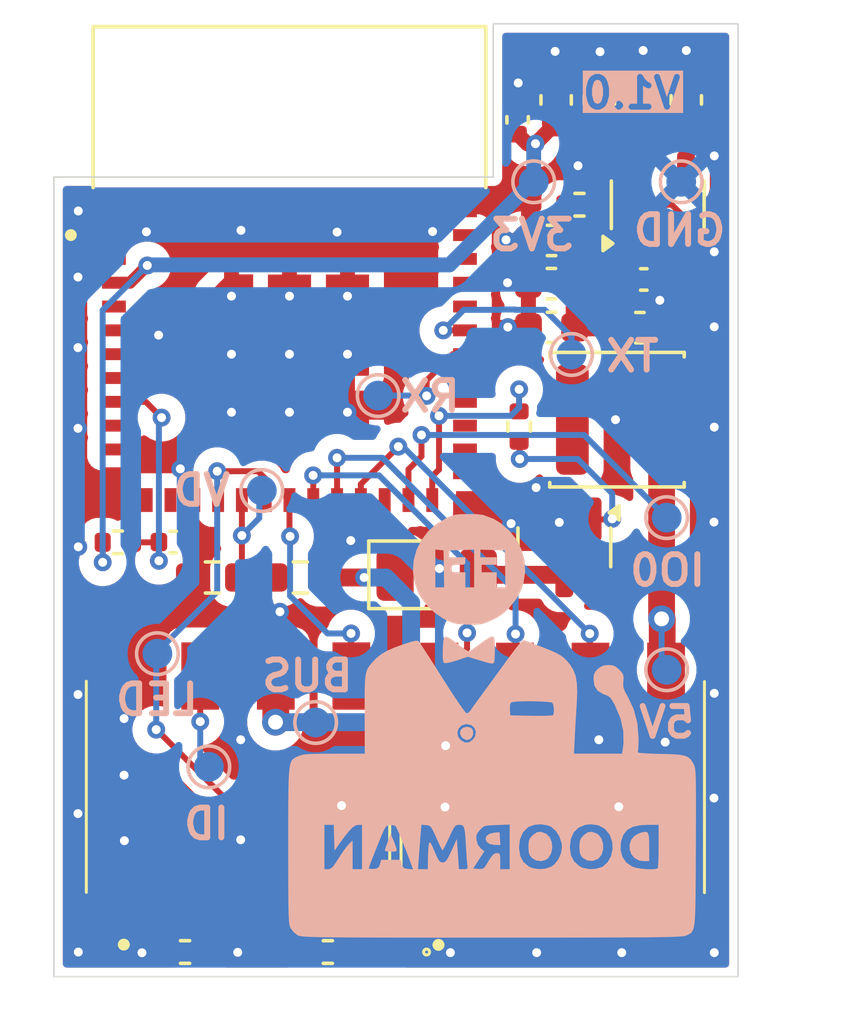
<source format=kicad_pcb>
(kicad_pcb (version 20241229) (generator "pcbnew") (generator_version "9.0")
  (title_block (date "2026-01-12") (rev "1.0"))
  (layers (0 "F.Cu" signal) (4 "In1.Cu" signal) (6 "In2.Cu" signal) (2 "B.Cu" signal) (13 "F.Paste" user) (15 "B.Paste" user) (5 "F.SilkS" user "F.Silkscreen") (7 "B.SilkS" user "B.Silkscreen") (1 "F.Mask" user) (3 "B.Mask" user) (25 "Edge.Cuts" user))
  (net 0 "")
  (net 1 "GND")
  (net 2 "+3.3V")
  (net 3 "GPIO15")
  (net 4 "IDENTITY")
  (net 5 "TASTA_ONLY_BUS")
  (net 6 "+5V")
  (net 7 "GPIO12")
  (net 8 "GPIO13")
  (net 9 "GPIO14")
  (net 10 "Net-(U2-CE)")
  (net 11 "GPIO27")
  (net 13 "Net-(Q1-B)")
  (net 33 "Net-(U2-VIN)")
  (net 34 "Net-(U3-EN)")
  (net 35 "Net-(D1-A)")
  (net 36 "GPIO26")
  (net 43 "GPIO4")
  (net 44 "TX")
  (net 45 "RX")
  (net 46 "Net-(J2-Pad7)")
  (net 47 "Net-(D2-A)")
  (net 48 "GPIO0")
  (footprint "LED_SMD:LED_0402_1005Metric" (layer "F.Cu") (at 85.85 104.06 180)
    (property "Reference" "D1" (hide yes))
    (property "Value" "Red")
    (pad "1" smd roundrect (at -0.485 0 180) (size 0.59 0.64) (layers "F.Cu" "F.Mask" "F.Paste") (net 1 "GND"))
    (pad "2" smd roundrect (at 0.485 0 180) (size 0.59 0.64) (layers "F.Cu" "F.Mask" "F.Paste") (net 35 "Net-(D1-A)"))
  )
  (footprint "Capacitor_SMD:C_0603_1608Metric" (layer "F.Cu") (at 94.21 75.44 90)
    (property "Reference" "C8" (hide yes))
    (property "Value" "20uF")
    (pad "1" smd roundrect (at -0.775 0 90) (size 0.9 0.95) (layers "F.Cu" "F.Mask" "F.Paste") (net 2 "+3.3V"))
    (pad "2" smd roundrect (at 0.775 0 90) (size 0.9 0.95) (layers "F.Cu" "F.Mask" "F.Paste") (net 1 "GND"))
  )
  (footprint "Package_TO_SOT_SMD:SOT-23-5" (layer "F.Cu") (at 94.709999 78.9625 90)
    (property "Reference" "U2" (hide yes))
    (property "Value" "XC6210B332MR")
    (pad "1" smd roundrect (at -1.1375 -0.949999 90) (size 1.325 0.6) (layers "F.Cu" "F.Mask" "F.Paste") (net 33 "Net-(U2-VIN)"))
    (pad "2" smd roundrect (at -1.1375 0 90) (size 1.325 0.6) (layers "F.Cu" "F.Mask" "F.Paste") (net 1 "GND"))
    (pad "3" smd roundrect (at -1.1375 0.949999 90) (size 1.325 0.6) (layers "F.Cu" "F.Mask" "F.Paste") (net 10 "Net-(U2-CE)"))
    (pad "4" smd roundrect (at 1.1375 0.949999 90) (size 1.325 0.6) (layers "F.Cu" "F.Mask" "F.Paste"))
    (pad "5" smd roundrect (at 1.1375 -0.949999 90) (size 1.325 0.6) (layers "F.Cu" "F.Mask" "F.Paste") (net 2 "+3.3V"))
  )
  (footprint "Resistor_SMD:R_0402_1005Metric" (layer "F.Cu") (at 83.620001 104.06 180)
    (property "Reference" "R6" (hide yes))
    (property "Value" "600")
    (pad "1" smd roundrect (at -0.509999 0 180) (size 0.54 0.64) (layers "F.Cu" "F.Mask" "F.Paste") (net 35 "Net-(D1-A)"))
    (pad "2" smd roundrect (at 0.509999 0 180) (size 0.54 0.64) (layers "F.Cu" "F.Mask" "F.Paste") (net 11 "GPIO27"))
  )
  (footprint "footprints:70AAJ4M0" (layer "F.Cu") (at 91.18 98.52)
    (property "Reference" "J3" (hide yes))
    (property "Value" "70AAJ-4-M0" (hide yes))
    (pad "1" smd rect (at -3.81 3.72) (size 1.27 2.26) (layers "F.Cu" "F.Mask" "F.Paste"))
    (pad "2" smd rect (at -1.27 3.72) (size 1.27 2.26) (layers "F.Cu" "F.Mask" "F.Paste"))
    (pad "3" smd rect (at 1.27 3.72) (size 1.27 2.26) (layers "F.Cu" "F.Mask" "F.Paste"))
    (pad "4" smd rect (at 3.81 3.72) (size 1.27 2.26) (layers "F.Cu" "F.Mask" "F.Paste"))
    (pad "5" smd rect (at 3.81 -3.72) (size 1.27 2.26) (layers "F.Cu" "F.Mask" "F.Paste") (net 6 "+5V"))
    (pad "6" smd rect (at 1.27 -3.72) (size 1.27 2.26) (layers "F.Cu" "F.Mask" "F.Paste") (net 3 "GPIO15"))
    (pad "7" smd rect (at -1.27 -3.72) (size 1.27 2.26) (layers "F.Cu" "F.Mask" "F.Paste") (net 8 "GPIO13"))
    (pad "8" smd rect (at -3.81 -3.72) (size 1.27 2.26) (layers "F.Cu" "F.Mask" "F.Paste") (net 7 "GPIO12"))
  )
  (footprint "Capacitor_SMD:C_0603_1608Metric" (layer "F.Cu") (at 92.75 75.44 90)
    (property "Reference" "C7" (hide yes))
    (property "Value" "20uF")
    (pad "1" smd roundrect (at -0.775 0 90) (size 0.9 0.95) (layers "F.Cu" "F.Mask" "F.Paste") (net 2 "+3.3V"))
    (pad "2" smd roundrect (at 0.775 0 90) (size 0.9 0.95) (layers "F.Cu" "F.Mask" "F.Paste") (net 1 "GND"))
  )
  (footprint "Capacitor_SMD:C_0603_1608Metric" (layer "F.Cu") (at 91.294419 75.44 90)
    (property "Reference" "C6" (hide yes))
    (property "Value" "20uF")
    (pad "1" smd roundrect (at -0.775 0 90) (size 0.9 0.95) (layers "F.Cu" "F.Mask" "F.Paste") (net 2 "+3.3V"))
    (pad "2" smd roundrect (at 0.775 0 90) (size 0.9 0.95) (layers "F.Cu" "F.Mask" "F.Paste") (net 1 "GND"))
  )
  (footprint "Resistor_SMD:R_0603_1608Metric" (layer "F.Cu") (at 79.74 91.48)
    (property "Reference" "R8" (hide yes))
    (property "Value" "160K")
    (pad "1" smd roundrect (at -0.825 0) (size 0.8 0.95) (layers "F.Cu" "F.Mask" "F.Paste") (net 1 "GND"))
    (pad "2" smd roundrect (at 0.825 0) (size 0.8 0.95) (layers "F.Cu" "F.Mask" "F.Paste") (net 36 "GPIO26"))
  )
  (footprint "Resistor_SMD:R_0402_1005Metric" (layer "F.Cu") (at 90.05 86.409999 -90)
    (property "Reference" "R9" (hide yes))
    (property "Value" "1K")
    (pad "1" smd roundrect (at -0.509999 0 270) (size 0.54 0.64) (layers "F.Cu" "F.Mask" "F.Paste") (net 43 "GPIO4"))
    (pad "2" smd roundrect (at 0.509999 0 270) (size 0.54 0.64) (layers "F.Cu" "F.Mask" "F.Paste") (net 13 "Net-(Q1-B)"))
  )
  (footprint "Resistor_SMD:R_0603_1608Metric" (layer "F.Cu") (at 82.695 91.48 180)
    (property "Reference" "R7" (hide yes))
    (property "Value" "1M")
    (pad "1" smd roundrect (at -0.825 0 180) (size 0.8 0.95) (layers "F.Cu" "F.Mask" "F.Paste") (net 5 "TASTA_ONLY_BUS"))
    (pad "2" smd roundrect (at 0.825 0 180) (size 0.8 0.95) (layers "F.Cu" "F.Mask" "F.Paste") (net 36 "GPIO26"))
  )
  (footprint "footprints:70AAJ4M0" (layer "F.Cu") (at 80.6 98.51)
    (property "Reference" "J2" (hide yes))
    (property "Value" "70AAJ-4-M0" (hide yes))
    (pad "1" smd rect (at -3.81 3.72) (size 1.27 2.26) (layers "F.Cu" "F.Mask" "F.Paste") (net 1 "GND"))
    (pad "2" smd rect (at -1.27 3.72) (size 1.27 2.26) (layers "F.Cu" "F.Mask" "F.Paste") (net 4 "IDENTITY"))
    (pad "3" smd rect (at 1.27 3.72) (size 1.27 2.26) (layers "F.Cu" "F.Mask" "F.Paste"))
    (pad "4" smd rect (at 3.81 3.72) (size 1.27 2.26) (layers "F.Cu" "F.Mask" "F.Paste"))
    (pad "5" smd rect (at 3.81 -3.72) (size 1.27 2.26) (layers "F.Cu" "F.Mask" "F.Paste") (net 9 "GPIO14"))
    (pad "6" smd rect (at 1.27 -3.72) (size 1.27 2.26) (layers "F.Cu" "F.Mask" "F.Paste") (net 5 "TASTA_ONLY_BUS"))
    (pad "7" smd rect (at -1.27 -3.72) (size 1.27 2.26) (layers "F.Cu" "F.Mask" "F.Paste") (net 46 "Net-(J2-Pad7)"))
    (pad "8" smd rect (at -3.81 -3.72) (size 1.27 2.26) (layers "F.Cu" "F.Mask" "F.Paste") (net 1 "GND"))
  )
  (footprint "Package_TO_SOT_SMD:SOT-23" (layer "F.Cu") (at 91.57 90.4675 -90)
    (property "Reference" "Q1" (hide yes))
    (property "Value" "BC817")
    (pad "1" smd roundrect (at -0.9375 -0.95 270) (size 1.475 0.6) (layers "F.Cu" "F.Mask" "F.Paste") (net 13 "Net-(Q1-B)"))
    (pad "2" smd roundrect (at -0.9375 0.95 270) (size 1.475 0.6) (layers "F.Cu" "F.Mask" "F.Paste") (net 1 "GND"))
    (pad "3" smd roundrect (at 0.937501 0 270) (size 1.475 0.6) (layers "F.Cu" "F.Mask" "F.Paste") (net 47 "Net-(D2-A)"))
  )
  (footprint "Resistor_SMD:R_0402_1005Metric" (layer "F.Cu") (at 78.82 104.06)
    (property "Reference" "R1" (hide yes))
    (property "Value" "2.2K")
    (pad "1" smd roundrect (at -0.509999 0) (size 0.54 0.64) (layers "F.Cu" "F.Mask" "F.Paste") (net 1 "GND"))
    (pad "2" smd roundrect (at 0.509999 0) (size 0.54 0.64) (layers "F.Cu" "F.Mask" "F.Paste") (net 4 "IDENTITY"))
  )
  (footprint "footprints:MODULE_ESP32-PICO-MINI-02" (layer "F.Cu") (at 82.33 83.98)
    (property "Reference" "U3" (hide yes))
    (property "Value" "ESP32-PICO-MINI-02")
    (pad "1" smd rect (at -5.9 -4) (size 0.8 0.4) (layers "F.Cu" "F.Mask" "F.Paste") (net 1 "GND"))
    (pad "2" smd rect (at -5.9 -3.2) (size 0.8 0.4) (layers "F.Cu" "F.Mask" "F.Paste") (net 1 "GND"))
    (pad "3" smd rect (at -5.9 -2.4) (size 0.8 0.4) (layers "F.Cu" "F.Mask" "F.Paste") (net 2 "+3.3V"))
    (pad "4" smd rect (at -5.9 -1.6) (size 0.8 0.4) (layers "F.Cu" "F.Mask" "F.Paste"))
    (pad "5" smd rect (at -5.9 -0.8) (size 0.8 0.4) (layers "F.Cu" "F.Mask" "F.Paste"))
    (pad "6" smd rect (at -5.9 0) (size 0.8 0.4) (layers "F.Cu" "F.Mask" "F.Paste"))
    (pad "7" smd rect (at -5.9 0.8) (size 0.8 0.4) (layers "F.Cu" "F.Mask" "F.Paste"))
    (pad "8" smd rect (at -5.9 1.6) (size 0.8 0.4) (layers "F.Cu" "F.Mask" "F.Paste") (net 34 "Net-(U3-EN)"))
    (pad "9" smd rect (at -5.9 2.4) (size 0.8 0.4) (layers "F.Cu" "F.Mask" "F.Paste"))
    (pad "10" smd rect (at -5.9 3.2) (size 0.8 0.4) (layers "F.Cu" "F.Mask" "F.Paste"))
    (pad "11" smd rect (at -5.9 4) (size 0.8 0.4) (layers "F.Cu" "F.Mask" "F.Paste") (net 1 "GND"))
    (pad "12" smd rect (at -4.8 4.9) (size 0.4 0.8) (layers "F.Cu" "F.Mask" "F.Paste"))
    (pad "13" smd rect (at -4 4.9) (size 0.4 0.8) (layers "F.Cu" "F.Mask" "F.Paste"))
    (pad "14" smd rect (at -3.2 4.9) (size 0.4 0.8) (layers "F.Cu" "F.Mask" "F.Paste") (net 1 "GND"))
    (pad "15" smd rect (at -2.4 4.9) (size 0.4 0.8) (layers "F.Cu" "F.Mask" "F.Paste"))
    (pad "16" smd rect (at -1.6 4.9) (size 0.4 0.8) (layers "F.Cu" "F.Mask" "F.Paste") (net 36 "GPIO26"))
    (pad "17" smd rect (at -0.8 4.9) (size 0.4 0.8) (layers "F.Cu" "F.Mask" "F.Paste") (net 11 "GPIO27"))
    (pad "18" smd rect (at 0 4.9) (size 0.4 0.8) (layers "F.Cu" "F.Mask" "F.Paste") (net 9 "GPIO14"))
    (pad "19" smd rect (at 0.8 4.9) (size 0.4 0.8) (layers "F.Cu" "F.Mask" "F.Paste") (net 7 "GPIO12"))
    (pad "20" smd rect (at 1.6 4.9) (size 0.4 0.8) (layers "F.Cu" "F.Mask" "F.Paste") (net 8 "GPIO13"))
    (pad "21" smd rect (at 2.4 4.9) (size 0.4 0.8) (layers "F.Cu" "F.Mask" "F.Paste") (net 3 "GPIO15"))
    (pad "22" smd rect (at 3.2 4.9) (size 0.4 0.8) (layers "F.Cu" "F.Mask" "F.Paste"))
    (pad "23" smd rect (at 4 4.9) (size 0.4 0.8) (layers "F.Cu" "F.Mask" "F.Paste") (net 48 "GPIO0"))
    (pad "24" smd rect (at 4.8 4.9) (size 0.4 0.8) (layers "F.Cu" "F.Mask" "F.Paste") (net 43 "GPIO4"))
    (pad "25" smd rect (at 5.9 4) (size 0.8 0.4) (layers "F.Cu" "F.Mask" "F.Paste"))
    (pad "26" smd rect (at 5.9 3.2) (size 0.8 0.4) (layers "F.Cu" "F.Mask" "F.Paste"))
    (pad "27" smd rect (at 5.9 2.4) (size 0.8 0.4) (layers "F.Cu" "F.Mask" "F.Paste"))
    (pad "28" smd rect (at 5.9 1.6) (size 0.8 0.4) (layers "F.Cu" "F.Mask" "F.Paste"))
    (pad "29" smd rect (at 5.9 0.8) (size 0.8 0.4) (layers "F.Cu" "F.Mask" "F.Paste"))
    (pad "30" smd rect (at 5.9 0) (size 0.8 0.4) (layers "F.Cu" "F.Mask" "F.Paste") (net 45 "RX"))
    (pad "31" smd rect (at 5.9 -0.8) (size 0.8 0.4) (layers "F.Cu" "F.Mask" "F.Paste") (net 44 "TX"))
    (pad "32" smd rect (at 5.9 -1.6) (size 0.8 0.4) (layers "F.Cu" "F.Mask" "F.Paste"))
    (pad "33" smd rect (at 5.9 -2.4) (size 0.8 0.4) (layers "F.Cu" "F.Mask" "F.Paste"))
    (pad "34" smd rect (at 5.9 -3.2) (size 0.8 0.4) (layers "F.Cu" "F.Mask" "F.Paste"))
    (pad "35" smd rect (at 5.9 -4) (size 0.8 0.4) (layers "F.Cu" "F.Mask" "F.Paste"))
    (pad "36" smd rect (at 4.8 -4.9) (size 0.4 0.8) (layers "F.Cu" "F.Mask" "F.Paste") (net 1 "GND"))
    (pad "37" smd rect (at 4 -4.9) (size 0.4 0.8) (layers "F.Cu" "F.Mask" "F.Paste") (net 1 "GND"))
    (pad "38" smd rect (at 3.2 -4.9) (size 0.4 0.8) (layers "F.Cu" "F.Mask" "F.Paste") (net 1 "GND"))
    (pad "39" smd rect (at 2.4 -4.9) (size 0.4 0.8) (layers "F.Cu" "F.Mask" "F.Paste") (net 1 "GND"))
    (pad "40" smd rect (at 1.6 -4.9) (size 0.4 0.8) (layers "F.Cu" "F.Mask" "F.Paste") (net 1 "GND"))
    (pad "41" smd rect (at 0.8 -4.9) (size 0.4 0.8) (layers "F.Cu" "F.Mask" "F.Paste") (net 1 "GND"))
    (pad "42" smd rect (at 0 -4.9) (size 0.4 0.8) (layers "F.Cu" "F.Mask" "F.Paste") (net 1 "GND"))
    (pad "43" smd rect (at -0.8 -4.9) (size 0.4 0.8) (layers "F.Cu" "F.Mask" "F.Paste") (net 1 "GND"))
    (pad "44" smd rect (at -1.6 -4.9) (size 0.4 0.8) (layers "F.Cu" "F.Mask" "F.Paste") (net 1 "GND"))
    (pad "45" smd rect (at -2.4 -4.9) (size 0.4 0.8) (layers "F.Cu" "F.Mask" "F.Paste") (net 1 "GND"))
    (pad "46" smd rect (at -3.2 -4.9) (size 0.4 0.8) (layers "F.Cu" "F.Mask" "F.Paste") (net 1 "GND"))
    (pad "47" smd rect (at -4 -4.9) (size 0.4 0.8) (layers "F.Cu" "F.Mask" "F.Paste") (net 1 "GND"))
    (pad "48" smd rect (at -4.8 -4.9) (size 0.4 0.8) (layers "F.Cu" "F.Mask" "F.Paste") (net 1 "GND"))
    (pad "49" smd rect (at 0 0) (size 1.45 1.45) (layers "F.Cu" "F.Mask" "F.Paste") (net 1 "GND"))
    (pad "50" smd rect (at 5.95 -4.95) (size 0.7 0.7) (layers "F.Cu" "F.Mask" "F.Paste") (net 1 "GND"))
    (pad "51" smd rect (at 5.95 4.95) (size 0.7 0.7) (layers "F.Cu" "F.Mask" "F.Paste") (net 1 "GND"))
    (pad "52" smd rect (at -5.95 4.95) (size 0.7 0.7) (layers "F.Cu" "F.Mask" "F.Paste") (net 1 "GND"))
    (pad "53" smd rect (at -5.95 -4.95) (size 0.7 0.7) (layers "F.Cu" "F.Mask" "F.Paste") (net 1 "GND"))
    (pad "54" smd rect (at -1.95 0) (size 1.45 1.45) (layers "F.Cu" "F.Mask" "F.Paste") (net 1 "GND"))
    (pad "55" smd rect (at -1.95 1.95) (size 1.45 1.45) (layers "F.Cu" "F.Mask" "F.Paste") (net 1 "GND"))
    (pad "56" smd rect (at 0 1.95) (size 1.45 1.45) (layers "F.Cu" "F.Mask" "F.Paste") (net 1 "GND"))
    (pad "57" smd rect (at 1.95 1.95) (size 1.45 1.45) (layers "F.Cu" "F.Mask" "F.Paste") (net 1 "GND"))
    (pad "58" smd rect (at 1.95 0) (size 1.45 1.45) (layers "F.Cu" "F.Mask" "F.Paste") (net 1 "GND"))
    (pad "59" smd rect (at 1.95 -1.95) (size 1.45 1.45) (layers "F.Cu" "F.Mask" "F.Paste") (net 1 "GND"))
    (pad "60" smd rect (at 0 -1.95) (size 1.45 1.45) (layers "F.Cu" "F.Mask" "F.Paste") (net 1 "GND"))
    (pad "61" smd custom (at -1.95 -1.95) (size 0.5 0.5) (layers "F.Cu") (net 1 "GND") (options (clearance outline) (anchor rect)) (primitives (gr_poly (pts (xy 0.725 0.725) (xy 0.725 -0.725) (xy -0.125 -0.725) (xy -0.725 -0.125) (xy -0.725 0.725)) (width 0.01) (fill yes))))
    (zone (net 0) (net_name "") (layer "F.Cu") (connect_pads (clearance 0)) (min_thickness 0.01)
      (keepout (tracks not_allowed) (vias not_allowed) (pads not_allowed) (copperpour not_allowed) (footprints allowed))
      (fill (thermal_gap 0.508) (thermal_bridge_width 0.508))
      (polygon (pts (xy 75.73 72.98) (xy 88.93 72.98) (xy 88.93 78.38) (xy 75.73 78.38)))
    )
    (zone (net 0) (net_name "") (layer "B.Cu") (connect_pads (clearance 0)) (min_thickness 0.01)
      (keepout (tracks not_allowed) (vias not_allowed) (pads not_allowed) (copperpour not_allowed) (footprints allowed))
      (fill (thermal_gap 0.508) (thermal_bridge_width 0.508))
      (polygon (pts (xy 75.73 72.98) (xy 88.93 72.98) (xy 88.93 78.38) (xy 75.73 78.38)))
    )
  )
  (footprint "Capacitor_SMD:C_0402_1005Metric" (layer "F.Cu") (at 94.24 81.47 180)
    (property "Reference" "C5" (hide yes))
    (property "Value" "100nF")
    (pad "1" smd roundrect (at -0.48 0 180) (size 0.56 0.62) (layers "F.Cu" "F.Mask" "F.Paste") (net 1 "GND"))
    (pad "2" smd roundrect (at 0.48 0 180) (size 0.56 0.62) (layers "F.Cu" "F.Mask" "F.Paste") (net 33 "Net-(U2-VIN)"))
  )
  (footprint "Capacitor_SMD:C_0603_1608Metric" (layer "F.Cu") (at 95.67 75.44 90)
    (property "Reference" "C9" (hide yes))
    (property "Value" "20uF")
    (pad "1" smd roundrect (at -0.775 0 90) (size 0.9 0.95) (layers "F.Cu" "F.Mask" "F.Paste") (net 2 "+3.3V"))
    (pad "2" smd roundrect (at 0.775 0 90) (size 0.9 0.95) (layers "F.Cu" "F.Mask" "F.Paste") (net 1 "GND"))
  )
  (footprint "Capacitor_SMD:C_0402_1005Metric" (layer "F.Cu") (at 90 76.11 90)
    (property "Reference" "C10" (hide yes))
    (property "Value" "20uF")
    (pad "1" smd roundrect (at -0.48 0 90) (size 0.56 0.62) (layers "F.Cu" "F.Mask" "F.Paste") (net 2 "+3.3V"))
    (pad "2" smd roundrect (at 0.48 0 90) (size 0.56 0.62) (layers "F.Cu" "F.Mask" "F.Paste") (net 1 "GND"))
  )
  (footprint "Diode_SMD:D_1206_3216Metric" (layer "F.Cu") (at 87.28 91.39)
    (property "Reference" "D2" (hide yes))
    (property "Value" "D_Zener")
    (pad "1" smd roundrect (at -1.399999 0) (size 1.25 1.75) (layers "F.Cu" "F.Mask" "F.Paste") (roundrect_rratio 0.2) (net 5 "TASTA_ONLY_BUS"))
    (pad "2" smd roundrect (at 1.399999 0) (size 1.25 1.75) (layers "F.Cu" "F.Mask" "F.Paste") (roundrect_rratio 0.2) (net 47 "Net-(D2-A)"))
  )
  (footprint "Resistor_SMD:R_0402_1005Metric" (layer "F.Cu") (at 76.56 90.3)
    (property "Reference" "R5" (hide yes))
    (property "Value" "10K")
    (pad "1" smd roundrect (at -0.509999 0) (size 0.54 0.64) (layers "F.Cu" "F.Mask" "F.Paste") (net 2 "+3.3V"))
    (pad "2" smd roundrect (at 0.509999 0) (size 0.54 0.64) (layers "F.Cu" "F.Mask" "F.Paste") (net 34 "Net-(U3-EN)"))
  )
  (footprint "Capacitor_SMD:C_0402_1005Metric" (layer "F.Cu") (at 78.419998 90.29 180)
    (property "Reference" "C11" (hide yes))
    (property "Value" "100nF")
    (pad "1" smd roundrect (at -0.48 0 180) (size 0.56 0.62) (layers "F.Cu" "F.Mask" "F.Paste") (net 1 "GND"))
    (pad "2" smd roundrect (at 0.48 0 180) (size 0.56 0.62) (layers "F.Cu" "F.Mask" "F.Paste") (net 34 "Net-(U3-EN)"))
  )
  (footprint "Resistor_SMD:R_0402_1005Metric" (layer "F.Cu") (at 92.08 78.96)
    (property "Reference" "R3" (hide yes))
    (property "Value" "10K")
    (pad "1" smd roundrect (at -0.509999 0) (size 0.54 0.64) (layers "F.Cu" "F.Mask" "F.Paste") (net 33 "Net-(U2-VIN)"))
    (pad "2" smd roundrect (at 0.509999 0) (size 0.54 0.64) (layers "F.Cu" "F.Mask" "F.Paste") (net 10 "Net-(U2-CE)"))
  )
  (footprint "Capacitor_SMD:C_0603_1608Metric" (layer "F.Cu") (at 91.135 81.61 180)
    (property "Reference" "C3" (hide yes))
    (property "Value" "20uF")
    (pad "1" smd roundrect (at -0.775 0 180) (size 0.9 0.95) (layers "F.Cu" "F.Mask" "F.Paste") (net 33 "Net-(U2-VIN)"))
    (pad "2" smd roundrect (at 0.775 0 180) (size 0.9 0.95) (layers "F.Cu" "F.Mask" "F.Paste") (net 1 "GND"))
  )
  (footprint "Inductor_SMD:L_APV_ANR4010" (layer "F.Cu") (at 93.34 86.18 180)
    (property "Reference" "L1" (hide yes))
    (property "Value" "TBD")
    (pad "1" smd roundrect (at -1.5 0 180) (size 1.1 3.7) (layers "F.Cu" "F.Mask" "F.Paste") (roundrect_rratio 0.227273) (net 6 "+5V"))
    (pad "2" smd roundrect (at 1.5 0 180) (size 1.1 3.7) (layers "F.Cu" "F.Mask" "F.Paste") (roundrect_rratio 0.227273) (net 33 "Net-(U2-VIN)"))
  )
  (footprint "Capacitor_SMD:C_0603_1608Metric" (layer "F.Cu") (at 91.14 83.079999 180)
    (property "Reference" "C2" (hide yes))
    (property "Value" "20uF")
    (pad "1" smd roundrect (at -0.775 0 180) (size 0.9 0.95) (layers "F.Cu" "F.Mask" "F.Paste") (net 33 "Net-(U2-VIN)"))
    (pad "2" smd roundrect (at 0.775 0 180) (size 0.9 0.95) (layers "F.Cu" "F.Mask" "F.Paste") (net 1 "GND"))
  )
  (footprint "Capacitor_SMD:C_0603_1608Metric" (layer "F.Cu") (at 94.11 83.09 180)
    (property "Reference" "C1" (hide yes))
    (property "Value" "20uF")
    (pad "1" smd roundrect (at -0.775 0 180) (size 0.9 0.95) (layers "F.Cu" "F.Mask" "F.Paste") (net 1 "GND"))
    (pad "2" smd roundrect (at 0.775 0 180) (size 0.9 0.95) (layers "F.Cu" "F.Mask" "F.Paste") (net 33 "Net-(U2-VIN)"))
  )
  (footprint "Capacitor_SMD:C_0603_1608Metric" (layer "F.Cu") (at 91.14 80.16 180)
    (property "Reference" "C4" (hide yes))
    (property "Value" "20uF")
    (pad "1" smd roundrect (at -0.775 0 180) (size 0.9 0.95) (layers "F.Cu" "F.Mask" "F.Paste") (net 33 "Net-(U2-VIN)"))
    (pad "2" smd roundrect (at 0.775 0 180) (size 0.9 0.95) (layers "F.Cu" "F.Mask" "F.Paste") (net 1 "GND"))
  )
  (footprint "TestPoint:TestPoint_Pad_D1.0mm" (layer "B.Cu") (at 90.54 78.19 180)
    (property "Reference" "TP3" (hide yes))
    (property "Value" "3.3V TestPoint")
    (pad "1" smd circle (at 0 0 180) (size 1 1) (layers "B.Cu" "B.Mask") (net 2 "+3.3V"))
  )
  (footprint "TestPoint:TestPoint_Pad_D1.0mm" (layer "B.Cu") (at 95.01 94.58 180)
    (property "Reference" "TP4" (hide yes))
    (property "Value" "5V TestPoint")
    (pad "1" smd circle (at 0 0 180) (size 1 1) (layers "B.Cu" "B.Mask") (net 6 "+5V"))
  )
  (footprint "TestPoint:TestPoint_Pad_D1.0mm" (layer "B.Cu") (at 85.31 85.37 180)
    (property "Reference" "TP2" (hide yes))
    (property "Value" "TX TestPoint")
    (pad "1" smd circle (at 0 0 180) (size 1 1) (layers "B.Cu" "B.Mask") (net 45 "RX"))
  )
  (footprint "footprints:doorman-s3-2" (layer "B.Cu") (at 89.19 96.63 180)
    (property "Reference" "G***" (hide yes))
    (property "Value" "LOGO" (hide yes))
  )
  (footprint "TestPoint:TestPoint_Pad_D1.0mm" (layer "B.Cu") (at 79.62 97.84 180)
    (property "Reference" "TP6" (hide yes))
    (property "Value" "Identity TestPoint")
    (pad "1" smd circle (at 0 0 180) (size 1 1) (layers "B.Cu" "B.Mask") (net 46 "Net-(J2-Pad7)"))
  )
  (footprint "TestPoint:TestPoint_Pad_D1.0mm" (layer "B.Cu") (at 95.5 78.19 180)
    (property "Reference" "TP9" (hide yes))
    (property "Value" "GND TestPoint")
    (pad "1" smd circle (at 0 0 180) (size 1 1) (layers "B.Cu" "B.Mask") (net 1 "GND"))
  )
  (footprint "TestPoint:TestPoint_Pad_D1.0mm" (layer "B.Cu") (at 95.01 89.47 180)
    (property "Reference" "TP10" (hide yes))
    (property "Value" "GPIO0 TestPoint")
    (pad "1" smd circle (at 0 0 180) (size 1 1) (layers "B.Cu" "B.Mask") (net 48 "GPIO0"))
  )
  (footprint "TestPoint:TestPoint_Pad_D1.0mm" (layer "B.Cu") (at 77.89 94.04 180)
    (property "Reference" "TP5" (hide yes))
    (property "Value" "LED TestPoint")
    (pad "1" smd circle (at 0 0 180) (size 1 1) (layers "B.Cu" "B.Mask") (net 11 "GPIO27"))
  )
  (footprint "TestPoint:TestPoint_Pad_D1.0mm" (layer "B.Cu") (at 91.81 83.99 180)
    (property "Reference" "TP1" (hide yes))
    (property "Value" "RX TestPoint")
    (pad "1" smd circle (at 0 0 180) (size 1 1) (layers "B.Cu" "B.Mask") (net 44 "TX"))
  )
  (footprint "TestPoint:TestPoint_Pad_D1.0mm" (layer "B.Cu") (at 81.4 88.56 180)
    (property "Reference" "TP7" (hide yes))
    (property "Value" "VD TestPoint")
    (pad "1" smd circle (at 0 0 180) (size 1 1) (layers "B.Cu" "B.Mask") (net 36 "GPIO26"))
  )
  (footprint "TestPoint:TestPoint_Pad_D1.0mm" (layer "B.Cu") (at 83.21 96.35 180)
    (property "Reference" "TP8" (hide yes))
    (property "Value" "BUS TestPoint")
    (pad "1" smd circle (at 0 0 180) (size 1 1) (layers "B.Cu" "B.Mask") (net 5 "TASTA_ONLY_BUS"))
  )
  (gr_line (start 89.179999 78.03) (end 89.18 72.883869) (stroke (width 0.05)) (layer "Edge.Cuts"))
  (gr_line (start 89.18 72.883869) (end 97.41058 72.883869) (stroke (width 0.05)) (layer "Edge.Cuts"))
  (gr_line (start 97.41058 104.883869) (end 74.41058 104.883869) (stroke (width 0.05)) (layer "Edge.Cuts"))
  (gr_line (start 74.41058 104.883869) (end 74.41058 78.03) (stroke (width 0.05)) (layer "Edge.Cuts"))
  (gr_line (start 74.41058 78.03) (end 89.179999 78.03) (stroke (width 0.05)) (layer "Edge.Cuts"))
  (gr_line (start 97.41058 72.883869) (end 97.41058 104.883869) (stroke (width 0.05)) (layer "Edge.Cuts"))
  (gr_text "ID" (at 80.41 100.34 0) (layer "B.SilkS") (effects (font (size 1 1) (thickness 0.2)) (justify left bottom mirror)))
  (gr_text "3V3" (at 91.99 80.56 0) (layer "B.SilkS") (effects (font (size 1 1) (thickness 0.2)) (justify left bottom mirror)))
  (gr_text "TX" (at 94.85 84.63 0) (layer "B.SilkS") (effects (font (size 1 1) (thickness 0.2)) (justify left bottom mirror)))
  (gr_text "LED" (at 79.36 96.17 0) (layer "B.SilkS") (effects (font (size 1 1) (thickness 0.2)) (justify left bottom mirror)))
  (gr_text "GND" (at 97.1 80.41 0) (layer "B.SilkS") (effects (font (size 1 1) (thickness 0.2)) (justify left bottom mirror)))
  (gr_text "5V" (at 96.05 96.93 0) (layer "B.SilkS") (effects (font (size 1 1) (thickness 0.2)) (justify left bottom mirror)))
  (gr_text "V${REVISION}" (at 95.58 75.8 0) (layer "B.SilkS" knockout) (effects (font (size 1 1) (thickness 0.2)) (justify left bottom mirror)))
  (gr_text "RX" (at 88.16 85.98 0) (layer "B.SilkS") (effects (font (size 1 1) (thickness 0.2)) (justify left bottom mirror)))
  (gr_text "BUS" (at 84.562537 95.368784 0) (layer "B.SilkS") (effects (font (size 1 1) (thickness 0.2)) (justify left bottom mirror)))
  (gr_text "VD" (at 80.44 89.14 0) (layer "B.SilkS") (effects (font (size 1 1) (thickness 0.2)) (justify left bottom mirror)))
  (gr_text "IO0" (at 96.41 91.83 0) (layer "B.SilkS") (effects (font (size 1 1) (thickness 0.2)) (justify left bottom mirror)))
  (segment (start 94.709999 81.460001) (end 94.7 81.47) (width 0.2) (layer "F.Cu") (net 1))
  (segment (start 79.13 88.88) (end 79.13 88.3) (width 0.2) (layer "F.Cu") (net 1))
  (segment (start 79.13 88.3) (end 78.66 87.83) (width 0.2) (layer "F.Cu") (net 1))
  (segment (start 94.709999 80.1) (end 94.709999 81.460001) (width 0.5) (layer "F.Cu") (net 1))
  (via (at 95.67 73.78) (size 0.6) (drill 0.3) (layers "F.Cu" "B.Cu") (net 1))
  (via (at 80.69 100.29) (size 0.6) (drill 0.3) (layers "F.Cu" "B.Cu") (net 1))
  (via (at 82.33 85.93) (size 0.6) (drill 0.3) (layers "F.Cu" "B.Cu") (net 1))
  (via (at 84.28 85.93) (size 0.6) (drill 0.3) (layers "F.Cu" "B.Cu") (net 1))
  (via (at 75.23 79.17) (size 0.6) (drill 0.3) (layers "F.Cu" "B.Cu") (net 1))
  (via (at 80.59 104.07) (size 0.6) (drill 0.3) (layers "F.Cu" "B.Cu") (net 1))
  (via (at 89.78 89.67) (size 0.6) (drill 0.3) (layers "F.Cu" "B.Cu") (net 1))
  (via (at 94.78 82.17) (size 0.6) (drill 0.3) (layers "F.Cu" "B.Cu") (net 1))
  (via (at 90.62 88.46) (size 0.6) (drill 0.3) (layers "F.Cu" "B.Cu") (net 1))
  (via (at 80.38 83.98) (size 0.6) (drill 0.3) (layers "F.Cu" "B.Cu") (net 1))
  (via (at 89.67 83.07) (size 0.6) (drill 0.3) (layers "F.Cu" "B.Cu") (net 1))
  (via (at 75.22 99.41) (size 0.6) (drill 0.3) (layers "F.Cu" "B.Cu") (net 1))
  (via (at 96.61058 77.32) (size 0.6) (drill 0.3) (layers "F.Cu" "B.Cu") (net 1))
  (via (at 93.4 99.18) (size 0.6) (drill 0.3) (layers "F.Cu" "B.Cu") (net 1))
  (via (at 83.93 79.88) (size 0.6) (drill 0.3) (layers "F.Cu" "B.Cu") (net 1))
  (via (at 90.64 104.08) (size 0.6) (drill 0.3) (layers "F.Cu" "B.Cu") (net 1))
  (via (at 92.73 96.93) (size 0.6) (drill 0.3) (layers "F.Cu" "B.Cu") (net 1))
  (via (at 96.61 104.08) (size 0.6) (drill 0.3) (layers "F.Cu" "B.Cu") (net 1))
  (via (at 78.66 87.83) (size 0.6) (drill 0.3) (layers "F.Cu" "B.Cu") (net 1))
  (via (at 75.22 83.76) (size 0.6) (drill 0.3) (layers "F.Cu" "B.Cu") (net 1))
  (via (at 92.03 77.65) (size 0.6) (drill 0.3) (layers "F.Cu" "B.Cu") (net 1))
  (via (at 76.77 96.22) (size 0.6) (drill 0.3) (layers "F.Cu" "B.Cu") (net 1))
  (via (at 75.22 86.47) (size 0.6) (drill 0.3) (layers "F.Cu" "B.Cu") (net 1))
  (via (at 89.66 81.58) (size 0.6) (drill 0.3) (layers "F.Cu" "B.Cu") (net 1))
  (via (at 84.28 83.98) (size 0.6) (drill 0.3) (layers "F.Cu" "B.Cu") (net 1))
  (via (at 96.6 98.89) (size 0.6) (drill 0.3) (layers "F.Cu" "B.Cu") (net 1))
  (via (at 93.5 104.08) (size 0.6) (drill 0.3) (layers "F.Cu" "B.Cu") (net 1))
  (via (at 80.69 96.93) (size 0.6) (drill 0.3) (layers "F.Cu" "B.Cu") (net 1))
  (via (at 94.22 73.78) (size 0.6) (drill 0.3) (layers "F.Cu" "B.Cu") (net 1))
  (via (at 82.33 82.03) (size 0.6) (drill 0.3) (layers "F.Cu" "B.Cu") (net 1))
  (via (at 87.14 79.86) (size 0.6) (drill 0.3) (layers "F.Cu" "B.Cu") (net 1))
  (via (at 77.52 79.87) (size 0.6) (drill 0.3) (layers "F.Cu" "B.Cu") (net 1))
  (via (at 82.33 83.98) (size 0.6) (drill 0.3) (layers "F.Cu" "B.Cu") (net 1))
  (via (at 91.26 73.81) (size 0.6) (drill 0.3) (layers "F.Cu" "B.Cu") (net 1))
  (via (at 96.6 89.62) (size 0.6) (drill 0.3) (layers "F.Cu" "B.Cu") (net 1))
  (via (at 75.23 90.45) (size 0.6) (drill 0.3) (layers "F.Cu" "B.Cu") (net 1))
  (via (at 75.22 81.39) (size 0.6) (drill 0.3) (layers "F.Cu" "B.Cu") (net 1))
  (via (at 80.38 85.93) (size 0.6) (drill 0.3) (layers "F.Cu" "B.Cu") (net 1))
  (via (at 92.77 73.82) (size 0.6) (drill 0.3) (layers "F.Cu" "B.Cu") (net 1))
  (via (at 84.28 82.03) (size 0.6) (drill 0.3) (layers "F.Cu" "B.Cu") (net 1))
  (via (at 84.08 99.14) (size 0.6) (drill 0.3) (layers "F.Cu" "B.Cu") (net 1))
  (via (at 90.02 74.87) (size 0.6) (drill 0.3) (layers "F.Cu" "B.Cu") (net 1))
  (via (at 87.56 99.19) (size 0.6) (drill 0.3) (layers "F.Cu" "B.Cu") (net 1))
  (via (at 96.61058 86.43) (size 0.6) (drill 0.3) (layers "F.Cu" "B.Cu") (net 1))
  (via (at 94.96 97.01) (size 0.6) (drill 0.3) (layers "F.Cu" "B.Cu") (net 1))
  (via (at 87.58 97.13) (size 0.6) (drill 0.3) (layers "F.Cu" "B.Cu") (net 1))
  (via (at 96.61 83.06) (size 0.6) (drill 0.3) (layers "F.Cu" "B.Cu") (net 1))
  (via (at 87.37 91.18) (size 0.6) (drill 0.3) (layers "F.Cu" "B.Cu") (net 1))
  (via (at 75.22 95.41) (size 0.6) (drill 0.3) (layers "F.Cu" "B.Cu") (net 1))
  (via (at 75.23 104.06) (size 0.6) (drill 0.3) (layers "F.Cu" "B.Cu") (net 1))
  (via (at 96.61058 80.54) (size 0.6) (drill 0.3) (layers "F.Cu" "B.Cu") (net 1))
  (via (at 91.4 89.63) (size 0.6) (drill 0.3) (layers "F.Cu" "B.Cu") (net 1))
  (via (at 77.37 104.083869) (size 0.6) (drill 0.3) (layers "F.Cu" "B.Cu") (net 1))
  (via (at 89.610331 80.140331) (size 0.6) (drill 0.3) (layers "F.Cu" "B.Cu") (net 1))
  (via (at 76.77 98.12) (size 0.6) (drill 0.3) (layers "F.Cu" "B.Cu") (net 1))
  (via (at 80.38 82.03) (size 0.6) (drill 0.3) (layers "F.Cu" "B.Cu") (net 1))
  (via (at 80.7 79.82) (size 0.6) (drill 0.3) (layers "F.Cu" "B.Cu") (net 1))
  (via (at 93.29 86.18) (size 0.6) (drill 0.3) (layers "F.Cu" "B.Cu") (net 1))
  (via (at 87.74 104.08) (size 0.6) (drill 0.3) (layers "F.Cu" "B.Cu") (net 1))
  (via (at 82.01 92.63) (size 0.6) (drill 0.3) (layers "F.Cu" "B.Cu") (net 1))
  (via (at 77.93 83.34) (size 0.6) (drill 0.3) (layers "F.Cu" "B.Cu") (net 1))
  (via (at 84.39 90.24) (size 0.6) (drill 0.3) (layers "F.Cu" "B.Cu") (net 1))
  (via (at 76.78 100.32) (size 0.6) (drill 0.3) (layers "F.Cu" "B.Cu") (net 1))
  (via (at 96.61058 95.37) (size 0.6) (drill 0.3) (layers "F.Cu" "B.Cu") (net 1))
  (segment (start 76.97 81.58) (end 76.43 81.58) (width 0.4) (layer "F.Cu") (net 2))
  (segment (start 90.59971 76.90971) (end 90.31971 76.90971) (width 0.5) (layer "F.Cu") (net 2))
  (segment (start 76.050001 90.97) (end 76.050001 90.3) (width 0.2) (layer "F.Cu") (net 2))
  (segment (start 94.21 76.215) (end 94.21 76.48) (width 0.6) (layer "F.Cu") (net 2))
  (segment (start 90.59971 76.90971) (end 90.569419 76.94) (width 0.5) (layer "F.Cu") (net 2))
  (segment (start 90.31971 76.90971) (end 90 76.59) (width 0.5) (layer "F.Cu") (net 2))
  (segment (start 91.285 76.215) (end 91.294419 76.215) (width 0.6) (layer "F.Cu") (net 2))
  (segment (start 94.21 76.48) (end 93.76 76.93) (width 0.6) (layer "F.Cu") (net 2))
  (segment (start 91.294419 76.215) (end 90.59971 76.90971) (width 0.5) (layer "F.Cu") (net 2))
  (segment (start 95.67 76.215) (end 91.294419 76.215) (width 0.6) (layer "F.Cu") (net 2))
  (segment (start 77.55 81) (end 76.97 81.58) (width 0.4) (layer "F.Cu") (net 2))
  (segment (start 93.76 76.93) (end 93.76 77.825) (width 0.6) (layer "F.Cu") (net 2))
  (via (at 76.050001 90.97) (size 0.6) (drill 0.3) (layers "F.Cu" "B.Cu") (net 2))
  (via (at 90.59971 76.90971) (size 0.6) (drill 0) (layers "F.Cu" "B.Cu") (net 2))
  (via (at 77.55 81) (size 0.6) (drill 0.3) (layers "F.Cu" "B.Cu") (net 2))
  (segment (start 77.57 80.98) (end 87.71 80.98) (width 0.5) (layer "B.Cu") (net 2))
  (segment (start 77.55 81) (end 77.57 80.98) (width 0.5) (layer "B.Cu") (net 2))
  (segment (start 87.71 80.98) (end 90.54 78.15) (width 0.5) (layer "B.Cu") (net 2))
  (segment (start 76.050001 82.499999) (end 77.55 81) (width 0.2) (layer "B.Cu") (net 2))
  (segment (start 90.54 76.96942) (end 90.59971 76.90971) (width 0.5) (layer "B.Cu") (net 2))
  (segment (start 76.050001 90.97) (end 76.050001 82.499999) (width 0.2) (layer "B.Cu") (net 2))
  (segment (start 90.54 78.15) (end 90.54 76.96942) (width 0.5) (layer "B.Cu") (net 2))
  (segment (start 85.989691 87.084612) (end 84.73 88.344303) (width 0.2) (layer "F.Cu") (net 3))
  (segment (start 92.48 94.4) (end 92.45 94.37) (width 0.2) (layer "F.Cu") (net 3))
  (segment (start 92.424263 94.774263) (end 92.45 94.8) (width 0.2) (layer "F.Cu") (net 3))
  (segment (start 92.47 94.82) (end 92.45 94.8) (width 0.2) (layer "F.Cu") (net 3))
  (segment (start 84.73 88.344303) (end 84.73 88.88) (width 0.2) (layer "F.Cu") (net 3))
  (segment (start 92.424263 93.365737) (end 92.424263 94.774263) (width 0.2) (layer "F.Cu") (net 3))
  (via (at 92.424263 93.365737) (size 0.6) (drill 0.3) (layers "F.Cu" "B.Cu") (net 3))
  (via (at 85.989691 87.084612) (size 0.6) (drill 0.3) (layers "F.Cu" "B.Cu") (net 3))
  (segment (start 86.129 87.084612) (end 86.145126 87.100738) (width 0.2) (layer "B.Cu") (net 3))
  (segment (start 85.989691 87.084612) (end 86.143138 87.084612) (width 0.2) (layer "B.Cu") (net 3))
  (segment (start 85.989691 87.084612) (end 86.129 87.084612) (width 0.2) (layer "B.Cu") (net 3))
  (segment (start 86.143138 87.084612) (end 92.424263 93.365737) (width 0.2) (layer "B.Cu") (net 3))
  (segment (start 79.33 101.8) (end 79.33 104.059999) (width 0.2) (layer "F.Cu") (net 4))
  (segment (start 79.33 104.059999) (end 79.329999 104.06) (width 0.2) (layer "F.Cu") (net 4))
  (segment (start 79.229999 101.900001) (end 79.33 101.8) (width 0.2) (layer "F.Cu") (net 4))
  (segment (start 84.84 91.48) (end 83.52 91.48) (width 0.6) (layer "F.Cu") (net 5))
  (segment (start 84.84 91.48) (end 85.790001 91.48) (width 0.6) (layer "F.Cu") (net 5))
  (segment (start 85.790001 91.48) (end 85.880001 91.39) (width 0.6) (layer "F.Cu") (net 5))
  (segment (start 81.86 96.34) (end 81.87 96.33) (width 0.9) (layer "F.Cu") (net 5))
  (segment (start 81.87 96.33) (end 81.87 94.36) (width 0.9) (layer "F.Cu") (net 5))
  (via (at 84.84 91.48) (size 0.6) (drill 0.3) (layers "F.Cu" "B.Cu") (net 5))
  (via (at 81.86 96.34) (size 0.9) (drill 0.5) (layers "F.Cu" "B.Cu") (net 5))
  (segment (start 85.32 96.34) (end 81.86 96.34) (width 0.6) (layer "B.Cu") (net 5))
  (segment (start 86.42 92.33) (end 86.42 95.24) (width 0.6) (layer "B.Cu") (net 5))
  (segment (start 81.86 96.45) (end 81.86 96.34) (width 0.6) (layer "B.Cu") (net 5))
  (segment (start 81.87 96.46) (end 81.86 96.45) (width 0.6) (layer "B.Cu") (net 5))
  (segment (start 86.42 95.24) (end 85.32 96.34) (width 0.6) (layer "B.Cu") (net 5))
  (segment (start 84.84 91.48) (end 85.57 91.48) (width 0.6) (layer "B.Cu") (net 5))
  (segment (start 85.57 91.48) (end 86.42 92.33) (width 0.6) (layer "B.Cu") (net 5))
  (segment (start 94.84 92.87) (end 94.84 86.18) (width 0.9) (layer "F.Cu") (net 6))
  (segment (start 94.86 94.24) (end 94.86 92.89) (width 0.9) (layer "F.Cu") (net 6))
  (segment (start 94.86 92.89) (end 94.84 92.87) (width 0.9) (layer "F.Cu") (net 6))
  (segment (start 94.99 94.37) (end 94.86 94.24) (width 0.9) (layer "F.Cu") (net 6))
  (via (at 94.84 92.87) (size 0.9) (drill 0.5) (layers "F.Cu" "B.Cu") (net 6))
  (segment (start 94.84 94.41) (end 95.01 94.58) (width 0.2) (layer "B.Cu") (net 6))
  (segment (start 94.84 92.87) (end 94.84 94.41) (width 0.2) (layer "B.Cu") (net 6))
  (segment (start 88.3 93.34) (end 88.3 93.87) (width 0.2) (layer "F.Cu") (net 7))
  (segment (start 83.125 88.05) (end 83.13 88.055) (width 0.2) (layer "F.Cu") (net 7))
  (segment (start 88.3 93.87) (end 87.37 94.8) (width 0.2) (layer "F.Cu") (net 7))
  (segment (start 83.13 88.055) (end 83.13 88.88) (width 0.2) (layer "F.Cu") (net 7))
  (via (at 83.125 88.05) (size 0.6) (drill 0.3) (layers "F.Cu" "B.Cu") (net 7))
  (via (at 88.3 93.34) (size 0.6) (drill 0.3) (layers "F.Cu" "B.Cu") (net 7))
  (segment (start 88.3 91.01) (end 85.34 88.05) (width 0.2) (layer "B.Cu") (net 7))
  (segment (start 85.34 88.05) (end 83.125 88.05) (width 0.2) (layer "B.Cu") (net 7))
  (segment (start 88.3 93.34) (end 88.3 91.01) (width 0.2) (layer "B.Cu") (net 7))
  (segment (start 83.93 87.46) (end 83.93 88.88) (width 0.2) (layer "F.Cu") (net 8))
  (segment (start 89.93 94.39) (end 89.91 94.37) (width 0.2) (layer "F.Cu") (net 8))
  (segment (start 89.93 93.38) (end 89.93 94.78) (width 0.2) (layer "F.Cu") (net 8))
  (segment (start 89.93 94.78) (end 89.91 94.8) (width 0.2) (layer "F.Cu") (net 8))
  (segment (start 89.93 94.82) (end 89.91 94.8) (width 0.2) (layer "F.Cu") (net 8))
  (via (at 89.93 93.38) (size 0.6) (drill 0.3) (layers "F.Cu" "B.Cu") (net 8))
  (via (at 83.93 87.46) (size 0.6) (drill 0.3) (layers "F.Cu" "B.Cu") (net 8))
  (segment (start 85.455336 87.46) (end 85.654335 87.658999) (width 0.2) (layer "B.Cu") (net 8))
  (segment (start 85.654335 87.658999) (end 89.93 91.934664) (width 0.2) (layer "B.Cu") (net 8))
  (segment (start 83.93 87.46) (end 85.455336 87.46) (width 0.2) (layer "B.Cu") (net 8))
  (segment (start 85.654335 87.658999) (end 85.654336 87.659) (width 0.2) (layer "B.Cu") (net 8))
  (segment (start 89.93 91.934664) (end 89.93 93.38) (width 0.2) (layer "B.Cu") (net 8))
  (segment (start 84.4 93.36) (end 84.4 94.78) (width 0.2) (layer "F.Cu") (net 9))
  (segment (start 82.33 89.905) (end 82.33 88.88) (width 0.2) (layer "F.Cu") (net 9))
  (segment (start 84.4 94.78) (end 84.41 94.79) (width 0.2) (layer "F.Cu") (net 9))
  (segment (start 82.35 89.925) (end 82.33 89.905) (width 0.2) (layer "F.Cu") (net 9))
  (segment (start 82.35 90.1) (end 82.35 89.925) (width 0.2) (layer "F.Cu") (net 9))
  (segment (start 84.41 94.79) (end 84.41 94.36) (width 0.2) (layer "F.Cu") (net 9))
  (via (at 82.35 90.1) (size 0.6) (drill 0.3) (layers "F.Cu" "B.Cu") (net 9))
  (via (at 84.4 93.36) (size 0.6) (drill 0.3) (layers "F.Cu" "B.Cu") (net 9))
  (segment (start 83.61 93.36) (end 82.35 92.1) (width 0.2) (layer "B.Cu") (net 9))
  (segment (start 82.35 92.1) (end 82.35 90.1) (width 0.2) (layer "B.Cu") (net 9))
  (segment (start 84.4 93.36) (end 83.61 93.36) (width 0.2) (layer "B.Cu") (net 9))
  (segment (start 92.589999 78.96) (end 95.182497 78.96) (width 0.2) (layer "F.Cu") (net 10))
  (segment (start 95.659998 79.437501) (end 95.659998 80.1) (width 0.2) (layer "F.Cu") (net 10))
  (segment (start 95.182497 78.96) (end 95.659998 79.437501) (width 0.2) (layer "F.Cu") (net 10))
  (segment (start 81.89 98.87) (end 83.110002 100.090002) (width 0.2) (layer "F.Cu") (net 11))
  (segment (start 81.26803 87.91) (end 81.53 88.17197) (width 0.2) (layer "F.Cu") (net 11))
  (segment (start 83.110002 100.090002) (end 83.110002 104.05) (width 0.2) (layer "F.Cu") (net 11))
  (segment (start 80.14 98.87) (end 81.89 98.87) (width 0.2) (layer "F.Cu") (net 11))
  (segment (start 77.85 96.59) (end 77.86 96.59) (width 0.2) (layer "F.Cu") (net 11))
  (segment (start 81.53 88.17197) (end 81.53 88.88) (width 0.2) (layer "F.Cu") (net 11))
  (segment (start 77.86 96.59) (end 80.14 98.87) (width 0.2) (layer "F.Cu") (net 11))
  (segment (start 79.9 87.91) (end 81.26803 87.91) (width 0.2) (layer "F.Cu") (net 11))
  (via (at 77.85 96.59) (size 0.6) (drill 0.3) (layers "F.Cu" "B.Cu") (net 11))
  (via (at 79.9 87.91) (size 0.6) (drill 0.3) (layers "F.Cu" "B.Cu") (net 11))
  (segment (start 77.85 96.59) (end 77.85 94.01) (width 0.2) (layer "B.Cu") (net 11))
  (segment (start 77.85 94.01) (end 79.9 91.96) (width 0.2) (layer "B.Cu") (net 11))
  (segment (start 79.9 91.96) (end 79.9 87.91) (width 0.2) (layer "B.Cu") (net 11))
  (segment (start 93.18 89.51) (end 92.98 89.51) (width 0.2) (layer "F.Cu") (net 13))
  (segment (start 92.96 89.53) (end 92.52 89.53) (width 0.2) (layer "F.Cu") (net 13))
  (segment (start 90.07 86.939998) (end 90.05 86.919998) (width 0.2) (layer "F.Cu") (net 13))
  (segment (start 92.98 89.51) (end 92.96 89.53) (width 0.2) (layer "F.Cu") (net 13))
  (segment (start 90.07 87.5) (end 90.07 86.939998) (width 0.2) (layer "F.Cu") (net 13))
  (via (at 90.07 87.5) (size 0.6) (drill 0.3) (layers "F.Cu" "B.Cu") (net 13))
  (via (at 93.18 89.51) (size 0.6) (drill 0.3) (layers "F.Cu" "B.Cu") (net 13))
  (segment (start 92.02 87.5) (end 90.07 87.5) (width 0.2) (layer "B.Cu") (net 13))
  (segment (start 93.18 89.51) (end 93.18 88.66) (width 0.2) (layer "B.Cu") (net 13))
  (segment (start 93.18 88.66) (end 92.02 87.5) (width 0.2) (layer "B.Cu") (net 13))
  (segment (start 91.915 83.079999) (end 91.915 80.16) (width 0.6) (layer "F.Cu") (net 33))
  (segment (start 91.84 85.85) (end 91.84 86.18) (width 0.6) (layer "F.Cu") (net 33))
  (segment (start 93.324999 83.079999) (end 93.335 83.09) (width 0.6) (layer "F.Cu") (net 33))
  (segment (start 93.335 83.09) (end 93.335 84.355) (width 0.6) (layer "F.Cu") (net 33))
  (segment (start 91.570001 78.96) (end 91.570001 79.510001) (width 0.2) (layer "F.Cu") (net 33))
  (segment (start 93.7 80.16) (end 93.76 80.1) (width 0.6) (layer "F.Cu") (net 33))
  (segment (start 91.915 80.16) (end 93.7 80.16) (width 0.6) (layer "F.Cu") (net 33))
  (segment (start 91.570001 79.510001) (end 91.915 79.855) (width 0.2) (layer "F.Cu") (net 33))
  (segment (start 93.335 84.355) (end 91.84 85.85) (width 0.6) (layer "F.Cu") (net 33))
  (segment (start 91.915 79.855) (end 91.915 80.16) (width 0.2) (layer "F.Cu") (net 33))
  (segment (start 91.915 83.079999) (end 93.324999 83.079999) (width 0.6) (layer "F.Cu") (net 33))
  (segment (start 93.76 81.45) (end 93.76 80.14) (width 0.5) (layer "F.Cu") (net 33))
  (segment (start 77.939998 90.919998) (end 77.939998 90.29) (width 0.2) (layer "F.Cu") (net 34))
  (segment (start 77.069999 90.3) (end 77.929998 90.3) (width 0.2) (layer "F.Cu") (net 34))
  (segment (start 77.5 85.58) (end 76.43 85.58) (width 0.2) (layer "F.Cu") (net 34))
  (segment (start 77.939998 90.319998) (end 77.939998 90.29) (width 0.2) (layer "F.Cu") (net 34))
  (segment (start 78.02 90.4) (end 77.939998 90.319998) (width 0.2) (layer "F.Cu") (net 34))
  (segment (start 78.03 86.11) (end 77.5 85.58) (width 0.2) (layer "F.Cu") (net 34))
  (via (at 78.03 86.11) (size 0.6) (drill 0.3) (layers "F.Cu" "B.Cu") (net 34))
  (via (at 77.939998 90.919998) (size 0.6) (drill 0.3) (layers "F.Cu" "B.Cu") (net 34))
  (segment (start 77.939998 86.200002) (end 77.939998 90.919998) (width 0.2) (layer "B.Cu") (net 34))
  (segment (start 78.03 86.11) (end 77.939998 86.200002) (width 0.2) (layer "B.Cu") (net 34))
  (segment (start 84.13 104.06) (end 85.365 104.06) (width 0.2) (layer "F.Cu") (net 35))
  (segment (start 80.565 91.48) (end 81.87 91.48) (width 0.2) (layer "F.Cu") (net 36))
  (segment (start 80.565 91.48) (end 80.73 91.315) (width 0.2) (layer "F.Cu") (net 36))
  (segment (start 80.73 90.07) (end 80.73 88.88) (width 0.2) (layer "F.Cu") (net 36))
  (segment (start 80.73 91.315) (end 80.73 90.07) (width 0.2) (layer "F.Cu") (net 36))
  (via (at 80.73 90.07) (size 0.6) (drill 0.3) (layers "F.Cu" "B.Cu") (net 36))
  (segment (start 81.315 89.485) (end 81.315 88.645) (width 0.2) (layer "B.Cu") (net 36))
  (segment (start 80.73 90.07) (end 81.315 89.485) (width 0.2) (layer "B.Cu") (net 36))
  (segment (start 81.315 88.645) (end 81.4 88.56) (width 0.2) (layer "B.Cu") (net 36))
  (segment (start 87.13 88.08) (end 87.13 88.88) (width 0.2) (layer "F.Cu") (net 43))
  (segment (start 90.05 85.9) (end 90.05 85.16) (width 0.2) (layer "F.Cu") (net 43))
  (segment (start 87.357349 86.05076) (end 87.357349 87.852651) (width 0.2) (layer "F.Cu") (net 43))
  (segment (start 87.357349 87.852651) (end 87.13 88.08) (width 0.2) (layer "F.Cu") (net 43))
  (segment (start 90.05 85.16) (end 90.06 85.17) (width 0.2) (layer "F.Cu") (net 43))
  (via (at 90.05 85.16) (size 0.6) (drill 0.3) (layers "F.Cu" "B.Cu") (net 43))
  (via (at 87.357349 86.05076) (size 0.6) (drill 0.3) (layers "F.Cu" "B.Cu") (net 43))
  (segment (start 90.05 85.77) (end 90.05 85.16) (width 0.2) (layer "B.Cu") (net 43))
  (segment (start 89.76924 86.05076) (end 90.05 85.77) (width 0.2) (layer "B.Cu") (net 43))
  (segment (start 87.357349 86.05076) (end 89.76924 86.05076) (width 0.2) (layer "B.Cu") (net 43))
  (segment (start 87.5 83.18) (end 88.23 83.18) (width 0.2) (layer "F.Cu") (net 44))
  (via (at 87.5 83.18) (size 0.6) (drill 0.3) (layers "F.Cu" "B.Cu") (net 44))
  (segment (start 88.19 82.49) (end 89.414199 82.49) (width 0.2) (layer "B.Cu") (net 44))
  (segment (start 90.91 82.49) (end 91.81 83.39) (width 0.2) (layer "B.Cu") (net 44))
  (segment (start 89.925801 82.49) (end 90.91 82.49) (width 0.2) (layer "B.Cu") (net 44))
  (segment (start 89.425199 82.479) (end 89.914801 82.479) (width 0.2) (layer "B.Cu") (net 44))
  (segment (start 89.414199 82.49) (end 89.425199 82.479) (width 0.2) (layer "B.Cu") (net 44))
  (segment (start 89.914801 82.479) (end 89.925801 82.49) (width 0.2) (layer "B.Cu") (net 44))
  (segment (start 87.5 83.18) (end 88.19 82.49) (width 0.2) (layer "B.Cu") (net 44))
  (segment (start 91.81 83.39) (end 91.81 83.99) (width 0.2) (layer "B.Cu") (net 44))
  (segment (start 86.94 85.38) (end 86.94 84.86) (width 0.2) (layer "F.Cu") (net 45))
  (segment (start 86.94 84.86) (end 87.82 83.98) (width 0.2) (layer "F.Cu") (net 45))
  (segment (start 87.82 83.98) (end 88.23 83.98) (width 0.2) (layer "F.Cu") (net 45))
  (via (at 86.94 85.38) (size 0.6) (drill 0.3) (layers "F.Cu" "B.Cu") (net 45))
  (segment (start 86.93 85.37) (end 85.31 85.37) (width 0.2) (layer "B.Cu") (net 45))
  (segment (start 86.94 85.38) (end 86.93 85.37) (width 0.2) (layer "B.Cu") (net 45))
  (segment (start 79.33 96.32) (end 79.33 94.79) (width 0.2) (layer "F.Cu") (net 46))
  (via (at 79.33 96.32) (size 0.6) (drill 0.3) (layers "F.Cu" "B.Cu") (net 46))
  (segment (start 79.33 96.32) (end 79.33 97.55) (width 0.2) (layer "B.Cu") (net 46))
  (segment (start 79.33 97.55) (end 79.62 97.84) (width 0.2) (layer "B.Cu") (net 46))
  (segment (start 88.679999 91.39) (end 91.554999 91.39) (width 0.6) (layer "F.Cu") (net 47))
  (segment (start 91.554999 91.39) (end 91.57 91.405001) (width 0.6) (layer "F.Cu") (net 47))
  (segment (start 86.767349 87.412651) (end 86.33 87.85) (width 0.2) (layer "F.Cu") (net 48))
  (segment (start 86.33 87.85) (end 86.33 88.88) (width 0.2) (layer "F.Cu") (net 48))
  (segment (start 86.767349 86.783861) (end 86.767349 87.412651) (width 0.2) (layer "F.Cu") (net 48))
  (segment (start 86.767349 86.693256) (end 86.676744 86.693256) (width 0.2) (layer "F.Cu") (net 48))
  (segment (start 86.676744 86.693256) (end 86.767349 86.783861) (width 0.2) (layer "F.Cu") (net 48))
  (via (at 86.767349 86.693256) (size 0.6) (drill 0.3) (layers "F.Cu" "B.Cu") (net 48))
  (segment (start 92.233256 86.693256) (end 95.01 89.47) (width 0.2) (layer "B.Cu") (net 48))
  (segment (start 86.767349 86.693256) (end 92.233256 86.693256) (width 0.2) (layer "B.Cu") (net 48))
  (zone (net 1) (net_name "GND") (layers "F.Cu" "B.Cu" "In1.Cu" "In2.Cu") (connect_pads (clearance 0.5)) (min_thickness 0.25) (fill yes (thermal_gap 0.5) (thermal_bridge_width 0.5))
    (polygon (pts (xy 98.34058 72.083869) (xy 73.41058 72.083869) (xy 73.51 106.5) (xy 98.23 106.18)))
  )
)
</source>
